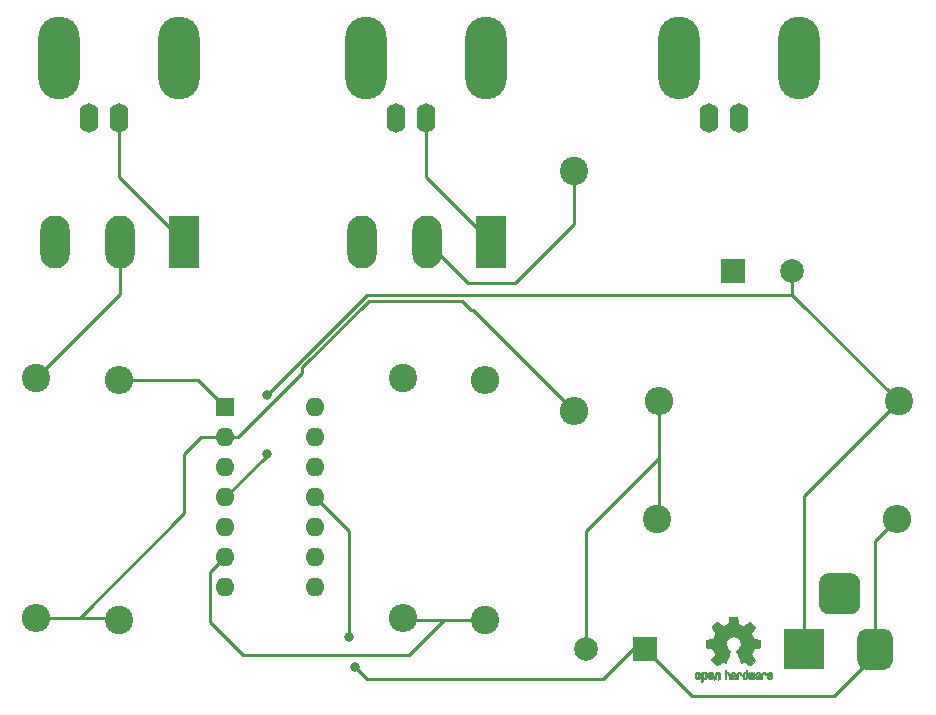
<source format=gbr>
%TF.GenerationSoftware,KiCad,Pcbnew,5.1.6-c6e7f7d~87~ubuntu20.04.1*%
%TF.CreationDate,2020-07-21T15:48:12+01:00*%
%TF.ProjectId,pmt_combiner,706d745f-636f-46d6-9269-6e65722e6b69,rev?*%
%TF.SameCoordinates,Original*%
%TF.FileFunction,Copper,L1,Top*%
%TF.FilePolarity,Positive*%
%FSLAX46Y46*%
G04 Gerber Fmt 4.6, Leading zero omitted, Abs format (unit mm)*
G04 Created by KiCad (PCBNEW 5.1.6-c6e7f7d~87~ubuntu20.04.1) date 2020-07-21 15:48:12*
%MOMM*%
%LPD*%
G01*
G04 APERTURE LIST*
%TA.AperFunction,EtchedComponent*%
%ADD10C,0.010000*%
%TD*%
%TA.AperFunction,ComponentPad*%
%ADD11R,2.000000X2.000000*%
%TD*%
%TA.AperFunction,ComponentPad*%
%ADD12C,2.000000*%
%TD*%
%TA.AperFunction,ComponentPad*%
%ADD13R,3.500000X3.500000*%
%TD*%
%TA.AperFunction,ComponentPad*%
%ADD14O,1.600000X2.500000*%
%TD*%
%TA.AperFunction,ComponentPad*%
%ADD15O,3.500000X7.000000*%
%TD*%
%TA.AperFunction,ComponentPad*%
%ADD16C,2.400000*%
%TD*%
%TA.AperFunction,ComponentPad*%
%ADD17O,2.400000X2.400000*%
%TD*%
%TA.AperFunction,ComponentPad*%
%ADD18R,2.500000X4.500000*%
%TD*%
%TA.AperFunction,ComponentPad*%
%ADD19O,2.500000X4.500000*%
%TD*%
%TA.AperFunction,ComponentPad*%
%ADD20R,1.600000X1.600000*%
%TD*%
%TA.AperFunction,ComponentPad*%
%ADD21O,1.600000X1.600000*%
%TD*%
%TA.AperFunction,ViaPad*%
%ADD22C,0.800000*%
%TD*%
%TA.AperFunction,Conductor*%
%ADD23C,0.250000*%
%TD*%
G04 APERTURE END LIST*
D10*
%TO.C,REF\u002A\u002A*%
G36*
X177603910Y-91242348D02*
G01*
X177682454Y-91242778D01*
X177739298Y-91243942D01*
X177778105Y-91246207D01*
X177802538Y-91249940D01*
X177816262Y-91255506D01*
X177822940Y-91263273D01*
X177826236Y-91273605D01*
X177826556Y-91274943D01*
X177831562Y-91299079D01*
X177840829Y-91346701D01*
X177853392Y-91412741D01*
X177868287Y-91492128D01*
X177884551Y-91579796D01*
X177885119Y-91582875D01*
X177901410Y-91668789D01*
X177916652Y-91744696D01*
X177929861Y-91806045D01*
X177940054Y-91848282D01*
X177946248Y-91866855D01*
X177946543Y-91867184D01*
X177964788Y-91876253D01*
X178002405Y-91891367D01*
X178051271Y-91909262D01*
X178051543Y-91909358D01*
X178113093Y-91932493D01*
X178185657Y-91961965D01*
X178254057Y-91991597D01*
X178257294Y-91993062D01*
X178368702Y-92043626D01*
X178615399Y-91875160D01*
X178691077Y-91823803D01*
X178759631Y-91777889D01*
X178817088Y-91740030D01*
X178859476Y-91712837D01*
X178882825Y-91698921D01*
X178885042Y-91697889D01*
X178902010Y-91702484D01*
X178933701Y-91724655D01*
X178981352Y-91765447D01*
X179046198Y-91825905D01*
X179112397Y-91890227D01*
X179176214Y-91953612D01*
X179233329Y-92011451D01*
X179280305Y-92060175D01*
X179313703Y-92096210D01*
X179330085Y-92115984D01*
X179330694Y-92117002D01*
X179332505Y-92130572D01*
X179325683Y-92152733D01*
X179308540Y-92186478D01*
X179279393Y-92234800D01*
X179236555Y-92300692D01*
X179179448Y-92385517D01*
X179128766Y-92460177D01*
X179083461Y-92527140D01*
X179046150Y-92582516D01*
X179019452Y-92622420D01*
X179005985Y-92642962D01*
X179005137Y-92644356D01*
X179006781Y-92664038D01*
X179019245Y-92702293D01*
X179040048Y-92751889D01*
X179047462Y-92767728D01*
X179079814Y-92838290D01*
X179114328Y-92918353D01*
X179142365Y-92987629D01*
X179162568Y-93039045D01*
X179178615Y-93078119D01*
X179187888Y-93098541D01*
X179189041Y-93100114D01*
X179206096Y-93102721D01*
X179246298Y-93109863D01*
X179304302Y-93120523D01*
X179374763Y-93133685D01*
X179452335Y-93148333D01*
X179531672Y-93163449D01*
X179607431Y-93178018D01*
X179674264Y-93191022D01*
X179726828Y-93201445D01*
X179759776Y-93208270D01*
X179767857Y-93210199D01*
X179776205Y-93214962D01*
X179782506Y-93225718D01*
X179787045Y-93246098D01*
X179790104Y-93279734D01*
X179791967Y-93330255D01*
X179792918Y-93401292D01*
X179793240Y-93496476D01*
X179793257Y-93535492D01*
X179793257Y-93852799D01*
X179717057Y-93867839D01*
X179674663Y-93875995D01*
X179611400Y-93887899D01*
X179534962Y-93902116D01*
X179453043Y-93917210D01*
X179430400Y-93921355D01*
X179354806Y-93936053D01*
X179288953Y-93950505D01*
X179238366Y-93963375D01*
X179208574Y-93973322D01*
X179203612Y-93976287D01*
X179191426Y-93997283D01*
X179173953Y-94037967D01*
X179154577Y-94090322D01*
X179150734Y-94101600D01*
X179125339Y-94171523D01*
X179093817Y-94250418D01*
X179062969Y-94321266D01*
X179062817Y-94321595D01*
X179011447Y-94432733D01*
X179180399Y-94681253D01*
X179349352Y-94929772D01*
X179132429Y-95147058D01*
X179066819Y-95211726D01*
X179006979Y-95268733D01*
X178956267Y-95315033D01*
X178918046Y-95347584D01*
X178895675Y-95363343D01*
X178892466Y-95364343D01*
X178873626Y-95356469D01*
X178835180Y-95334578D01*
X178781330Y-95301267D01*
X178716276Y-95259131D01*
X178645940Y-95211943D01*
X178574555Y-95163810D01*
X178510908Y-95121928D01*
X178459041Y-95088871D01*
X178422995Y-95067218D01*
X178406867Y-95059543D01*
X178387189Y-95066037D01*
X178349875Y-95083150D01*
X178302621Y-95107326D01*
X178297612Y-95110013D01*
X178233977Y-95141927D01*
X178190341Y-95157579D01*
X178163202Y-95157745D01*
X178149057Y-95143204D01*
X178148975Y-95143000D01*
X178141905Y-95125779D01*
X178125042Y-95084899D01*
X178099695Y-95023525D01*
X178067171Y-94944819D01*
X178028778Y-94851947D01*
X177985822Y-94748072D01*
X177944222Y-94647502D01*
X177898504Y-94536516D01*
X177856526Y-94433703D01*
X177819548Y-94342215D01*
X177788827Y-94265201D01*
X177765622Y-94205815D01*
X177751190Y-94167209D01*
X177746743Y-94152800D01*
X177757896Y-94136272D01*
X177787069Y-94109930D01*
X177825971Y-94080887D01*
X177936757Y-93989039D01*
X178023351Y-93883759D01*
X178084716Y-93767266D01*
X178119815Y-93641776D01*
X178127608Y-93509507D01*
X178121943Y-93448457D01*
X178091078Y-93321795D01*
X178037920Y-93209941D01*
X177965767Y-93114001D01*
X177877917Y-93035076D01*
X177777665Y-92974270D01*
X177668310Y-92932687D01*
X177553147Y-92911428D01*
X177435475Y-92911599D01*
X177318590Y-92934301D01*
X177205789Y-92980638D01*
X177100369Y-93051713D01*
X177056368Y-93091911D01*
X176971979Y-93195129D01*
X176913222Y-93307925D01*
X176879704Y-93427010D01*
X176871035Y-93549095D01*
X176886823Y-93670893D01*
X176926678Y-93789116D01*
X176990207Y-93900475D01*
X177077021Y-94001684D01*
X177174029Y-94080887D01*
X177214437Y-94111162D01*
X177242982Y-94137219D01*
X177253257Y-94152825D01*
X177247877Y-94169843D01*
X177232575Y-94210500D01*
X177208612Y-94271642D01*
X177177244Y-94350119D01*
X177139732Y-94442780D01*
X177097333Y-94546472D01*
X177055663Y-94647526D01*
X177009690Y-94758607D01*
X176967107Y-94861541D01*
X176929221Y-94953165D01*
X176897340Y-95030316D01*
X176872771Y-95089831D01*
X176856820Y-95128544D01*
X176850910Y-95143000D01*
X176836948Y-95157685D01*
X176809940Y-95157642D01*
X176766413Y-95142099D01*
X176702890Y-95110284D01*
X176702388Y-95110013D01*
X176654560Y-95085323D01*
X176615897Y-95067338D01*
X176594095Y-95059614D01*
X176593133Y-95059543D01*
X176576721Y-95067378D01*
X176540487Y-95089165D01*
X176488474Y-95122328D01*
X176424725Y-95164291D01*
X176354060Y-95211943D01*
X176282116Y-95260191D01*
X176217274Y-95302151D01*
X176163735Y-95335227D01*
X176125697Y-95356821D01*
X176107533Y-95364343D01*
X176090808Y-95354457D01*
X176057180Y-95326826D01*
X176010010Y-95284495D01*
X175952658Y-95230505D01*
X175888484Y-95167899D01*
X175867497Y-95146983D01*
X175650499Y-94929623D01*
X175815668Y-94687220D01*
X175865864Y-94612781D01*
X175909919Y-94545972D01*
X175945362Y-94490665D01*
X175969719Y-94450729D01*
X175980522Y-94430036D01*
X175980838Y-94428563D01*
X175975143Y-94409058D01*
X175959826Y-94369822D01*
X175937537Y-94317430D01*
X175921893Y-94282355D01*
X175892641Y-94215201D01*
X175865094Y-94147358D01*
X175843737Y-94090034D01*
X175837935Y-94072572D01*
X175821452Y-94025938D01*
X175805340Y-93989905D01*
X175796490Y-93976287D01*
X175776960Y-93967952D01*
X175734334Y-93956137D01*
X175674145Y-93942181D01*
X175601922Y-93927422D01*
X175569600Y-93921355D01*
X175487522Y-93906273D01*
X175408795Y-93891669D01*
X175341109Y-93878980D01*
X175292160Y-93869642D01*
X175282943Y-93867839D01*
X175206743Y-93852799D01*
X175206743Y-93535492D01*
X175206914Y-93431154D01*
X175207616Y-93352213D01*
X175209134Y-93295038D01*
X175211749Y-93255999D01*
X175215746Y-93231465D01*
X175221409Y-93217805D01*
X175229020Y-93211389D01*
X175232143Y-93210199D01*
X175250978Y-93205980D01*
X175292588Y-93197562D01*
X175351630Y-93185961D01*
X175422757Y-93172195D01*
X175500625Y-93157280D01*
X175579887Y-93142232D01*
X175655198Y-93128069D01*
X175721213Y-93115806D01*
X175772587Y-93106461D01*
X175803975Y-93101050D01*
X175810959Y-93100114D01*
X175817285Y-93087596D01*
X175831290Y-93054246D01*
X175850355Y-93006377D01*
X175857634Y-92987629D01*
X175886996Y-92915195D01*
X175921571Y-92835170D01*
X175952537Y-92767728D01*
X175975323Y-92716159D01*
X175990482Y-92673785D01*
X175995542Y-92647834D01*
X175994736Y-92644356D01*
X175984041Y-92627936D01*
X175959620Y-92591417D01*
X175924095Y-92538687D01*
X175880087Y-92473635D01*
X175830217Y-92400151D01*
X175820356Y-92385645D01*
X175762492Y-92299704D01*
X175719956Y-92234261D01*
X175691054Y-92186304D01*
X175674090Y-92152820D01*
X175667367Y-92130795D01*
X175669190Y-92117217D01*
X175669236Y-92117131D01*
X175683586Y-92099297D01*
X175715323Y-92064817D01*
X175761010Y-92017268D01*
X175817204Y-91960222D01*
X175880468Y-91897255D01*
X175887602Y-91890227D01*
X175967330Y-91813020D01*
X176028857Y-91756330D01*
X176073421Y-91719110D01*
X176102257Y-91700315D01*
X176114958Y-91697889D01*
X176133494Y-91708471D01*
X176171961Y-91732916D01*
X176226386Y-91768612D01*
X176292798Y-91812947D01*
X176367225Y-91863311D01*
X176384601Y-91875160D01*
X176631297Y-92043626D01*
X176742706Y-91993062D01*
X176810457Y-91963595D01*
X176883183Y-91933959D01*
X176945703Y-91910330D01*
X176948457Y-91909358D01*
X176997360Y-91891457D01*
X177035057Y-91876320D01*
X177053425Y-91867210D01*
X177053456Y-91867184D01*
X177059285Y-91850717D01*
X177069192Y-91810219D01*
X177082195Y-91750242D01*
X177097309Y-91675340D01*
X177113552Y-91590064D01*
X177114881Y-91582875D01*
X177131175Y-91495014D01*
X177146133Y-91415260D01*
X177158791Y-91348681D01*
X177168186Y-91300347D01*
X177173354Y-91275325D01*
X177173444Y-91274943D01*
X177176589Y-91264299D01*
X177182704Y-91256262D01*
X177195453Y-91250467D01*
X177218500Y-91246547D01*
X177255509Y-91244135D01*
X177310144Y-91242865D01*
X177386067Y-91242371D01*
X177486944Y-91242286D01*
X177500000Y-91242286D01*
X177603910Y-91242348D01*
G37*
X177603910Y-91242348D02*
X177682454Y-91242778D01*
X177739298Y-91243942D01*
X177778105Y-91246207D01*
X177802538Y-91249940D01*
X177816262Y-91255506D01*
X177822940Y-91263273D01*
X177826236Y-91273605D01*
X177826556Y-91274943D01*
X177831562Y-91299079D01*
X177840829Y-91346701D01*
X177853392Y-91412741D01*
X177868287Y-91492128D01*
X177884551Y-91579796D01*
X177885119Y-91582875D01*
X177901410Y-91668789D01*
X177916652Y-91744696D01*
X177929861Y-91806045D01*
X177940054Y-91848282D01*
X177946248Y-91866855D01*
X177946543Y-91867184D01*
X177964788Y-91876253D01*
X178002405Y-91891367D01*
X178051271Y-91909262D01*
X178051543Y-91909358D01*
X178113093Y-91932493D01*
X178185657Y-91961965D01*
X178254057Y-91991597D01*
X178257294Y-91993062D01*
X178368702Y-92043626D01*
X178615399Y-91875160D01*
X178691077Y-91823803D01*
X178759631Y-91777889D01*
X178817088Y-91740030D01*
X178859476Y-91712837D01*
X178882825Y-91698921D01*
X178885042Y-91697889D01*
X178902010Y-91702484D01*
X178933701Y-91724655D01*
X178981352Y-91765447D01*
X179046198Y-91825905D01*
X179112397Y-91890227D01*
X179176214Y-91953612D01*
X179233329Y-92011451D01*
X179280305Y-92060175D01*
X179313703Y-92096210D01*
X179330085Y-92115984D01*
X179330694Y-92117002D01*
X179332505Y-92130572D01*
X179325683Y-92152733D01*
X179308540Y-92186478D01*
X179279393Y-92234800D01*
X179236555Y-92300692D01*
X179179448Y-92385517D01*
X179128766Y-92460177D01*
X179083461Y-92527140D01*
X179046150Y-92582516D01*
X179019452Y-92622420D01*
X179005985Y-92642962D01*
X179005137Y-92644356D01*
X179006781Y-92664038D01*
X179019245Y-92702293D01*
X179040048Y-92751889D01*
X179047462Y-92767728D01*
X179079814Y-92838290D01*
X179114328Y-92918353D01*
X179142365Y-92987629D01*
X179162568Y-93039045D01*
X179178615Y-93078119D01*
X179187888Y-93098541D01*
X179189041Y-93100114D01*
X179206096Y-93102721D01*
X179246298Y-93109863D01*
X179304302Y-93120523D01*
X179374763Y-93133685D01*
X179452335Y-93148333D01*
X179531672Y-93163449D01*
X179607431Y-93178018D01*
X179674264Y-93191022D01*
X179726828Y-93201445D01*
X179759776Y-93208270D01*
X179767857Y-93210199D01*
X179776205Y-93214962D01*
X179782506Y-93225718D01*
X179787045Y-93246098D01*
X179790104Y-93279734D01*
X179791967Y-93330255D01*
X179792918Y-93401292D01*
X179793240Y-93496476D01*
X179793257Y-93535492D01*
X179793257Y-93852799D01*
X179717057Y-93867839D01*
X179674663Y-93875995D01*
X179611400Y-93887899D01*
X179534962Y-93902116D01*
X179453043Y-93917210D01*
X179430400Y-93921355D01*
X179354806Y-93936053D01*
X179288953Y-93950505D01*
X179238366Y-93963375D01*
X179208574Y-93973322D01*
X179203612Y-93976287D01*
X179191426Y-93997283D01*
X179173953Y-94037967D01*
X179154577Y-94090322D01*
X179150734Y-94101600D01*
X179125339Y-94171523D01*
X179093817Y-94250418D01*
X179062969Y-94321266D01*
X179062817Y-94321595D01*
X179011447Y-94432733D01*
X179180399Y-94681253D01*
X179349352Y-94929772D01*
X179132429Y-95147058D01*
X179066819Y-95211726D01*
X179006979Y-95268733D01*
X178956267Y-95315033D01*
X178918046Y-95347584D01*
X178895675Y-95363343D01*
X178892466Y-95364343D01*
X178873626Y-95356469D01*
X178835180Y-95334578D01*
X178781330Y-95301267D01*
X178716276Y-95259131D01*
X178645940Y-95211943D01*
X178574555Y-95163810D01*
X178510908Y-95121928D01*
X178459041Y-95088871D01*
X178422995Y-95067218D01*
X178406867Y-95059543D01*
X178387189Y-95066037D01*
X178349875Y-95083150D01*
X178302621Y-95107326D01*
X178297612Y-95110013D01*
X178233977Y-95141927D01*
X178190341Y-95157579D01*
X178163202Y-95157745D01*
X178149057Y-95143204D01*
X178148975Y-95143000D01*
X178141905Y-95125779D01*
X178125042Y-95084899D01*
X178099695Y-95023525D01*
X178067171Y-94944819D01*
X178028778Y-94851947D01*
X177985822Y-94748072D01*
X177944222Y-94647502D01*
X177898504Y-94536516D01*
X177856526Y-94433703D01*
X177819548Y-94342215D01*
X177788827Y-94265201D01*
X177765622Y-94205815D01*
X177751190Y-94167209D01*
X177746743Y-94152800D01*
X177757896Y-94136272D01*
X177787069Y-94109930D01*
X177825971Y-94080887D01*
X177936757Y-93989039D01*
X178023351Y-93883759D01*
X178084716Y-93767266D01*
X178119815Y-93641776D01*
X178127608Y-93509507D01*
X178121943Y-93448457D01*
X178091078Y-93321795D01*
X178037920Y-93209941D01*
X177965767Y-93114001D01*
X177877917Y-93035076D01*
X177777665Y-92974270D01*
X177668310Y-92932687D01*
X177553147Y-92911428D01*
X177435475Y-92911599D01*
X177318590Y-92934301D01*
X177205789Y-92980638D01*
X177100369Y-93051713D01*
X177056368Y-93091911D01*
X176971979Y-93195129D01*
X176913222Y-93307925D01*
X176879704Y-93427010D01*
X176871035Y-93549095D01*
X176886823Y-93670893D01*
X176926678Y-93789116D01*
X176990207Y-93900475D01*
X177077021Y-94001684D01*
X177174029Y-94080887D01*
X177214437Y-94111162D01*
X177242982Y-94137219D01*
X177253257Y-94152825D01*
X177247877Y-94169843D01*
X177232575Y-94210500D01*
X177208612Y-94271642D01*
X177177244Y-94350119D01*
X177139732Y-94442780D01*
X177097333Y-94546472D01*
X177055663Y-94647526D01*
X177009690Y-94758607D01*
X176967107Y-94861541D01*
X176929221Y-94953165D01*
X176897340Y-95030316D01*
X176872771Y-95089831D01*
X176856820Y-95128544D01*
X176850910Y-95143000D01*
X176836948Y-95157685D01*
X176809940Y-95157642D01*
X176766413Y-95142099D01*
X176702890Y-95110284D01*
X176702388Y-95110013D01*
X176654560Y-95085323D01*
X176615897Y-95067338D01*
X176594095Y-95059614D01*
X176593133Y-95059543D01*
X176576721Y-95067378D01*
X176540487Y-95089165D01*
X176488474Y-95122328D01*
X176424725Y-95164291D01*
X176354060Y-95211943D01*
X176282116Y-95260191D01*
X176217274Y-95302151D01*
X176163735Y-95335227D01*
X176125697Y-95356821D01*
X176107533Y-95364343D01*
X176090808Y-95354457D01*
X176057180Y-95326826D01*
X176010010Y-95284495D01*
X175952658Y-95230505D01*
X175888484Y-95167899D01*
X175867497Y-95146983D01*
X175650499Y-94929623D01*
X175815668Y-94687220D01*
X175865864Y-94612781D01*
X175909919Y-94545972D01*
X175945362Y-94490665D01*
X175969719Y-94450729D01*
X175980522Y-94430036D01*
X175980838Y-94428563D01*
X175975143Y-94409058D01*
X175959826Y-94369822D01*
X175937537Y-94317430D01*
X175921893Y-94282355D01*
X175892641Y-94215201D01*
X175865094Y-94147358D01*
X175843737Y-94090034D01*
X175837935Y-94072572D01*
X175821452Y-94025938D01*
X175805340Y-93989905D01*
X175796490Y-93976287D01*
X175776960Y-93967952D01*
X175734334Y-93956137D01*
X175674145Y-93942181D01*
X175601922Y-93927422D01*
X175569600Y-93921355D01*
X175487522Y-93906273D01*
X175408795Y-93891669D01*
X175341109Y-93878980D01*
X175292160Y-93869642D01*
X175282943Y-93867839D01*
X175206743Y-93852799D01*
X175206743Y-93535492D01*
X175206914Y-93431154D01*
X175207616Y-93352213D01*
X175209134Y-93295038D01*
X175211749Y-93255999D01*
X175215746Y-93231465D01*
X175221409Y-93217805D01*
X175229020Y-93211389D01*
X175232143Y-93210199D01*
X175250978Y-93205980D01*
X175292588Y-93197562D01*
X175351630Y-93185961D01*
X175422757Y-93172195D01*
X175500625Y-93157280D01*
X175579887Y-93142232D01*
X175655198Y-93128069D01*
X175721213Y-93115806D01*
X175772587Y-93106461D01*
X175803975Y-93101050D01*
X175810959Y-93100114D01*
X175817285Y-93087596D01*
X175831290Y-93054246D01*
X175850355Y-93006377D01*
X175857634Y-92987629D01*
X175886996Y-92915195D01*
X175921571Y-92835170D01*
X175952537Y-92767728D01*
X175975323Y-92716159D01*
X175990482Y-92673785D01*
X175995542Y-92647834D01*
X175994736Y-92644356D01*
X175984041Y-92627936D01*
X175959620Y-92591417D01*
X175924095Y-92538687D01*
X175880087Y-92473635D01*
X175830217Y-92400151D01*
X175820356Y-92385645D01*
X175762492Y-92299704D01*
X175719956Y-92234261D01*
X175691054Y-92186304D01*
X175674090Y-92152820D01*
X175667367Y-92130795D01*
X175669190Y-92117217D01*
X175669236Y-92117131D01*
X175683586Y-92099297D01*
X175715323Y-92064817D01*
X175761010Y-92017268D01*
X175817204Y-91960222D01*
X175880468Y-91897255D01*
X175887602Y-91890227D01*
X175967330Y-91813020D01*
X176028857Y-91756330D01*
X176073421Y-91719110D01*
X176102257Y-91700315D01*
X176114958Y-91697889D01*
X176133494Y-91708471D01*
X176171961Y-91732916D01*
X176226386Y-91768612D01*
X176292798Y-91812947D01*
X176367225Y-91863311D01*
X176384601Y-91875160D01*
X176631297Y-92043626D01*
X176742706Y-91993062D01*
X176810457Y-91963595D01*
X176883183Y-91933959D01*
X176945703Y-91910330D01*
X176948457Y-91909358D01*
X176997360Y-91891457D01*
X177035057Y-91876320D01*
X177053425Y-91867210D01*
X177053456Y-91867184D01*
X177059285Y-91850717D01*
X177069192Y-91810219D01*
X177082195Y-91750242D01*
X177097309Y-91675340D01*
X177113552Y-91590064D01*
X177114881Y-91582875D01*
X177131175Y-91495014D01*
X177146133Y-91415260D01*
X177158791Y-91348681D01*
X177168186Y-91300347D01*
X177173354Y-91275325D01*
X177173444Y-91274943D01*
X177176589Y-91264299D01*
X177182704Y-91256262D01*
X177195453Y-91250467D01*
X177218500Y-91246547D01*
X177255509Y-91244135D01*
X177310144Y-91242865D01*
X177386067Y-91242371D01*
X177486944Y-91242286D01*
X177500000Y-91242286D01*
X177603910Y-91242348D01*
G36*
X180653595Y-95966966D02*
G01*
X180711021Y-96004497D01*
X180738719Y-96038096D01*
X180760662Y-96099064D01*
X180762405Y-96147308D01*
X180758457Y-96211816D01*
X180609686Y-96276934D01*
X180537349Y-96310202D01*
X180490084Y-96336964D01*
X180465507Y-96360144D01*
X180461237Y-96382667D01*
X180474889Y-96407455D01*
X180489943Y-96423886D01*
X180533746Y-96450235D01*
X180581389Y-96452081D01*
X180625145Y-96431546D01*
X180657289Y-96390752D01*
X180663038Y-96376347D01*
X180690576Y-96331356D01*
X180722258Y-96312182D01*
X180765714Y-96295779D01*
X180765714Y-96357966D01*
X180761872Y-96400283D01*
X180746823Y-96435969D01*
X180715280Y-96476943D01*
X180710592Y-96482267D01*
X180675506Y-96518720D01*
X180645347Y-96538283D01*
X180607615Y-96547283D01*
X180576335Y-96550230D01*
X180520385Y-96550965D01*
X180480555Y-96541660D01*
X180455708Y-96527846D01*
X180416656Y-96497467D01*
X180389625Y-96464613D01*
X180372517Y-96423294D01*
X180363238Y-96367521D01*
X180359693Y-96291305D01*
X180359410Y-96252622D01*
X180360372Y-96206247D01*
X180448007Y-96206247D01*
X180449023Y-96231126D01*
X180451556Y-96235200D01*
X180468274Y-96229665D01*
X180504249Y-96215017D01*
X180552331Y-96194190D01*
X180562386Y-96189714D01*
X180623152Y-96158814D01*
X180656632Y-96131657D01*
X180663990Y-96106220D01*
X180646391Y-96080481D01*
X180631856Y-96069109D01*
X180579410Y-96046364D01*
X180530322Y-96050122D01*
X180489227Y-96077884D01*
X180460758Y-96127152D01*
X180451631Y-96166257D01*
X180448007Y-96206247D01*
X180360372Y-96206247D01*
X180361285Y-96162249D01*
X180368196Y-96095384D01*
X180381884Y-96046695D01*
X180404096Y-96010849D01*
X180436574Y-95982513D01*
X180450733Y-95973355D01*
X180515053Y-95949507D01*
X180585473Y-95948006D01*
X180653595Y-95966966D01*
G37*
X180653595Y-95966966D02*
X180711021Y-96004497D01*
X180738719Y-96038096D01*
X180760662Y-96099064D01*
X180762405Y-96147308D01*
X180758457Y-96211816D01*
X180609686Y-96276934D01*
X180537349Y-96310202D01*
X180490084Y-96336964D01*
X180465507Y-96360144D01*
X180461237Y-96382667D01*
X180474889Y-96407455D01*
X180489943Y-96423886D01*
X180533746Y-96450235D01*
X180581389Y-96452081D01*
X180625145Y-96431546D01*
X180657289Y-96390752D01*
X180663038Y-96376347D01*
X180690576Y-96331356D01*
X180722258Y-96312182D01*
X180765714Y-96295779D01*
X180765714Y-96357966D01*
X180761872Y-96400283D01*
X180746823Y-96435969D01*
X180715280Y-96476943D01*
X180710592Y-96482267D01*
X180675506Y-96518720D01*
X180645347Y-96538283D01*
X180607615Y-96547283D01*
X180576335Y-96550230D01*
X180520385Y-96550965D01*
X180480555Y-96541660D01*
X180455708Y-96527846D01*
X180416656Y-96497467D01*
X180389625Y-96464613D01*
X180372517Y-96423294D01*
X180363238Y-96367521D01*
X180359693Y-96291305D01*
X180359410Y-96252622D01*
X180360372Y-96206247D01*
X180448007Y-96206247D01*
X180449023Y-96231126D01*
X180451556Y-96235200D01*
X180468274Y-96229665D01*
X180504249Y-96215017D01*
X180552331Y-96194190D01*
X180562386Y-96189714D01*
X180623152Y-96158814D01*
X180656632Y-96131657D01*
X180663990Y-96106220D01*
X180646391Y-96080481D01*
X180631856Y-96069109D01*
X180579410Y-96046364D01*
X180530322Y-96050122D01*
X180489227Y-96077884D01*
X180460758Y-96127152D01*
X180451631Y-96166257D01*
X180448007Y-96206247D01*
X180360372Y-96206247D01*
X180361285Y-96162249D01*
X180368196Y-96095384D01*
X180381884Y-96046695D01*
X180404096Y-96010849D01*
X180436574Y-95982513D01*
X180450733Y-95973355D01*
X180515053Y-95949507D01*
X180585473Y-95948006D01*
X180653595Y-95966966D01*
G36*
X180152600Y-95958752D02*
G01*
X180169948Y-95966334D01*
X180211356Y-95999128D01*
X180246765Y-96046547D01*
X180268664Y-96097151D01*
X180272229Y-96122098D01*
X180260279Y-96156927D01*
X180234067Y-96175357D01*
X180205964Y-96186516D01*
X180193095Y-96188572D01*
X180186829Y-96173649D01*
X180174456Y-96141175D01*
X180169028Y-96126502D01*
X180138590Y-96075744D01*
X180094520Y-96050427D01*
X180038010Y-96051206D01*
X180033825Y-96052203D01*
X180003655Y-96066507D01*
X179981476Y-96094393D01*
X179966327Y-96139287D01*
X179957250Y-96204615D01*
X179953286Y-96293804D01*
X179952914Y-96341261D01*
X179952730Y-96416071D01*
X179951522Y-96467069D01*
X179948309Y-96499471D01*
X179942109Y-96518495D01*
X179931940Y-96529356D01*
X179916819Y-96537272D01*
X179915946Y-96537670D01*
X179886828Y-96549981D01*
X179872403Y-96554514D01*
X179870186Y-96540809D01*
X179868289Y-96502925D01*
X179866847Y-96445715D01*
X179865998Y-96374027D01*
X179865829Y-96321565D01*
X179866692Y-96220047D01*
X179870070Y-96143032D01*
X179877142Y-96086023D01*
X179889088Y-96044526D01*
X179907090Y-96014043D01*
X179932327Y-95990080D01*
X179957247Y-95973355D01*
X180017171Y-95951097D01*
X180086911Y-95946076D01*
X180152600Y-95958752D01*
G37*
X180152600Y-95958752D02*
X180169948Y-95966334D01*
X180211356Y-95999128D01*
X180246765Y-96046547D01*
X180268664Y-96097151D01*
X180272229Y-96122098D01*
X180260279Y-96156927D01*
X180234067Y-96175357D01*
X180205964Y-96186516D01*
X180193095Y-96188572D01*
X180186829Y-96173649D01*
X180174456Y-96141175D01*
X180169028Y-96126502D01*
X180138590Y-96075744D01*
X180094520Y-96050427D01*
X180038010Y-96051206D01*
X180033825Y-96052203D01*
X180003655Y-96066507D01*
X179981476Y-96094393D01*
X179966327Y-96139287D01*
X179957250Y-96204615D01*
X179953286Y-96293804D01*
X179952914Y-96341261D01*
X179952730Y-96416071D01*
X179951522Y-96467069D01*
X179948309Y-96499471D01*
X179942109Y-96518495D01*
X179931940Y-96529356D01*
X179916819Y-96537272D01*
X179915946Y-96537670D01*
X179886828Y-96549981D01*
X179872403Y-96554514D01*
X179870186Y-96540809D01*
X179868289Y-96502925D01*
X179866847Y-96445715D01*
X179865998Y-96374027D01*
X179865829Y-96321565D01*
X179866692Y-96220047D01*
X179870070Y-96143032D01*
X179877142Y-96086023D01*
X179889088Y-96044526D01*
X179907090Y-96014043D01*
X179932327Y-95990080D01*
X179957247Y-95973355D01*
X180017171Y-95951097D01*
X180086911Y-95946076D01*
X180152600Y-95958752D01*
G36*
X179644876Y-95956335D02*
G01*
X179686667Y-95975344D01*
X179719469Y-95998378D01*
X179743503Y-96024133D01*
X179760097Y-96057358D01*
X179770577Y-96102800D01*
X179776271Y-96165207D01*
X179778507Y-96249327D01*
X179778743Y-96304721D01*
X179778743Y-96520826D01*
X179741774Y-96537670D01*
X179712656Y-96549981D01*
X179698231Y-96554514D01*
X179695472Y-96541025D01*
X179693282Y-96504653D01*
X179691942Y-96451542D01*
X179691657Y-96409372D01*
X179690434Y-96348447D01*
X179687136Y-96300115D01*
X179682321Y-96270518D01*
X179678496Y-96264229D01*
X179652783Y-96270652D01*
X179612418Y-96287125D01*
X179565679Y-96309458D01*
X179520845Y-96333457D01*
X179486193Y-96354930D01*
X179470002Y-96369685D01*
X179469938Y-96369845D01*
X179471330Y-96397152D01*
X179483818Y-96423219D01*
X179505743Y-96444392D01*
X179537743Y-96451474D01*
X179565092Y-96450649D01*
X179603826Y-96450042D01*
X179624158Y-96459116D01*
X179636369Y-96483092D01*
X179637909Y-96487613D01*
X179643203Y-96521806D01*
X179629047Y-96542568D01*
X179592148Y-96552462D01*
X179552289Y-96554292D01*
X179480562Y-96540727D01*
X179443432Y-96521355D01*
X179397576Y-96475845D01*
X179373256Y-96419983D01*
X179371073Y-96360957D01*
X179391629Y-96305953D01*
X179422549Y-96271486D01*
X179453420Y-96252189D01*
X179501942Y-96227759D01*
X179558485Y-96202985D01*
X179567910Y-96199199D01*
X179630019Y-96171791D01*
X179665822Y-96147634D01*
X179677337Y-96123619D01*
X179666580Y-96096635D01*
X179648114Y-96075543D01*
X179604469Y-96049572D01*
X179556446Y-96047624D01*
X179512406Y-96067637D01*
X179480709Y-96107551D01*
X179476549Y-96117848D01*
X179452327Y-96155724D01*
X179416965Y-96183842D01*
X179372343Y-96206917D01*
X179372343Y-96141485D01*
X179374969Y-96101506D01*
X179386230Y-96069997D01*
X179411199Y-96036378D01*
X179435169Y-96010484D01*
X179472441Y-95973817D01*
X179501401Y-95954121D01*
X179532505Y-95946220D01*
X179567713Y-95944914D01*
X179644876Y-95956335D01*
G37*
X179644876Y-95956335D02*
X179686667Y-95975344D01*
X179719469Y-95998378D01*
X179743503Y-96024133D01*
X179760097Y-96057358D01*
X179770577Y-96102800D01*
X179776271Y-96165207D01*
X179778507Y-96249327D01*
X179778743Y-96304721D01*
X179778743Y-96520826D01*
X179741774Y-96537670D01*
X179712656Y-96549981D01*
X179698231Y-96554514D01*
X179695472Y-96541025D01*
X179693282Y-96504653D01*
X179691942Y-96451542D01*
X179691657Y-96409372D01*
X179690434Y-96348447D01*
X179687136Y-96300115D01*
X179682321Y-96270518D01*
X179678496Y-96264229D01*
X179652783Y-96270652D01*
X179612418Y-96287125D01*
X179565679Y-96309458D01*
X179520845Y-96333457D01*
X179486193Y-96354930D01*
X179470002Y-96369685D01*
X179469938Y-96369845D01*
X179471330Y-96397152D01*
X179483818Y-96423219D01*
X179505743Y-96444392D01*
X179537743Y-96451474D01*
X179565092Y-96450649D01*
X179603826Y-96450042D01*
X179624158Y-96459116D01*
X179636369Y-96483092D01*
X179637909Y-96487613D01*
X179643203Y-96521806D01*
X179629047Y-96542568D01*
X179592148Y-96552462D01*
X179552289Y-96554292D01*
X179480562Y-96540727D01*
X179443432Y-96521355D01*
X179397576Y-96475845D01*
X179373256Y-96419983D01*
X179371073Y-96360957D01*
X179391629Y-96305953D01*
X179422549Y-96271486D01*
X179453420Y-96252189D01*
X179501942Y-96227759D01*
X179558485Y-96202985D01*
X179567910Y-96199199D01*
X179630019Y-96171791D01*
X179665822Y-96147634D01*
X179677337Y-96123619D01*
X179666580Y-96096635D01*
X179648114Y-96075543D01*
X179604469Y-96049572D01*
X179556446Y-96047624D01*
X179512406Y-96067637D01*
X179480709Y-96107551D01*
X179476549Y-96117848D01*
X179452327Y-96155724D01*
X179416965Y-96183842D01*
X179372343Y-96206917D01*
X179372343Y-96141485D01*
X179374969Y-96101506D01*
X179386230Y-96069997D01*
X179411199Y-96036378D01*
X179435169Y-96010484D01*
X179472441Y-95973817D01*
X179501401Y-95954121D01*
X179532505Y-95946220D01*
X179567713Y-95944914D01*
X179644876Y-95956335D01*
G36*
X179279833Y-95958663D02*
G01*
X179282048Y-95996850D01*
X179283784Y-96054886D01*
X179284899Y-96128180D01*
X179285257Y-96205055D01*
X179285257Y-96465196D01*
X179239326Y-96511127D01*
X179207675Y-96539429D01*
X179179890Y-96550893D01*
X179141915Y-96550168D01*
X179126840Y-96548321D01*
X179079726Y-96542948D01*
X179040756Y-96539869D01*
X179031257Y-96539585D01*
X178999233Y-96541445D01*
X178953432Y-96546114D01*
X178935674Y-96548321D01*
X178892057Y-96551735D01*
X178862745Y-96544320D01*
X178833680Y-96521427D01*
X178823188Y-96511127D01*
X178777257Y-96465196D01*
X178777257Y-95978602D01*
X178814226Y-95961758D01*
X178846059Y-95949282D01*
X178864683Y-95944914D01*
X178869458Y-95958718D01*
X178873921Y-95997286D01*
X178877775Y-96056356D01*
X178880722Y-96131663D01*
X178882143Y-96195286D01*
X178886114Y-96445657D01*
X178920759Y-96450556D01*
X178952268Y-96447131D01*
X178967708Y-96436041D01*
X178972023Y-96415308D01*
X178975708Y-96371145D01*
X178978469Y-96309146D01*
X178980012Y-96234909D01*
X178980235Y-96196706D01*
X178980457Y-95976783D01*
X179026166Y-95960849D01*
X179058518Y-95950015D01*
X179076115Y-95944962D01*
X179076623Y-95944914D01*
X179078388Y-95958648D01*
X179080329Y-95996730D01*
X179082282Y-96054482D01*
X179084084Y-96127227D01*
X179085343Y-96195286D01*
X179089314Y-96445657D01*
X179176400Y-96445657D01*
X179180396Y-96217240D01*
X179184392Y-95988822D01*
X179226847Y-95966868D01*
X179258192Y-95951793D01*
X179276744Y-95944951D01*
X179277279Y-95944914D01*
X179279833Y-95958663D01*
G37*
X179279833Y-95958663D02*
X179282048Y-95996850D01*
X179283784Y-96054886D01*
X179284899Y-96128180D01*
X179285257Y-96205055D01*
X179285257Y-96465196D01*
X179239326Y-96511127D01*
X179207675Y-96539429D01*
X179179890Y-96550893D01*
X179141915Y-96550168D01*
X179126840Y-96548321D01*
X179079726Y-96542948D01*
X179040756Y-96539869D01*
X179031257Y-96539585D01*
X178999233Y-96541445D01*
X178953432Y-96546114D01*
X178935674Y-96548321D01*
X178892057Y-96551735D01*
X178862745Y-96544320D01*
X178833680Y-96521427D01*
X178823188Y-96511127D01*
X178777257Y-96465196D01*
X178777257Y-95978602D01*
X178814226Y-95961758D01*
X178846059Y-95949282D01*
X178864683Y-95944914D01*
X178869458Y-95958718D01*
X178873921Y-95997286D01*
X178877775Y-96056356D01*
X178880722Y-96131663D01*
X178882143Y-96195286D01*
X178886114Y-96445657D01*
X178920759Y-96450556D01*
X178952268Y-96447131D01*
X178967708Y-96436041D01*
X178972023Y-96415308D01*
X178975708Y-96371145D01*
X178978469Y-96309146D01*
X178980012Y-96234909D01*
X178980235Y-96196706D01*
X178980457Y-95976783D01*
X179026166Y-95960849D01*
X179058518Y-95950015D01*
X179076115Y-95944962D01*
X179076623Y-95944914D01*
X179078388Y-95958648D01*
X179080329Y-95996730D01*
X179082282Y-96054482D01*
X179084084Y-96127227D01*
X179085343Y-96195286D01*
X179089314Y-96445657D01*
X179176400Y-96445657D01*
X179180396Y-96217240D01*
X179184392Y-95988822D01*
X179226847Y-95966868D01*
X179258192Y-95951793D01*
X179276744Y-95944951D01*
X179277279Y-95944914D01*
X179279833Y-95958663D01*
G36*
X178690117Y-96065358D02*
G01*
X178689933Y-96173837D01*
X178689219Y-96257287D01*
X178687675Y-96319704D01*
X178685001Y-96365085D01*
X178680894Y-96397429D01*
X178675055Y-96420733D01*
X178667182Y-96438995D01*
X178661221Y-96449418D01*
X178611855Y-96505945D01*
X178549264Y-96541377D01*
X178480013Y-96554090D01*
X178410668Y-96542463D01*
X178369375Y-96521568D01*
X178326025Y-96485422D01*
X178296481Y-96441276D01*
X178278655Y-96383462D01*
X178270463Y-96306313D01*
X178269302Y-96249714D01*
X178269458Y-96245647D01*
X178370857Y-96245647D01*
X178371476Y-96310550D01*
X178374314Y-96353514D01*
X178380840Y-96381622D01*
X178392523Y-96401953D01*
X178406483Y-96417288D01*
X178453365Y-96446890D01*
X178503701Y-96449419D01*
X178551276Y-96424705D01*
X178554979Y-96421356D01*
X178570783Y-96403935D01*
X178580693Y-96383209D01*
X178586058Y-96352362D01*
X178588228Y-96304577D01*
X178588571Y-96251748D01*
X178587827Y-96185381D01*
X178584748Y-96141106D01*
X178578061Y-96112009D01*
X178566496Y-96091173D01*
X178557013Y-96080107D01*
X178512960Y-96052198D01*
X178462224Y-96048843D01*
X178413796Y-96070159D01*
X178404450Y-96078073D01*
X178388540Y-96095647D01*
X178378610Y-96116587D01*
X178373278Y-96147782D01*
X178371163Y-96196122D01*
X178370857Y-96245647D01*
X178269458Y-96245647D01*
X178272810Y-96158568D01*
X178284726Y-96090086D01*
X178307135Y-96038600D01*
X178342124Y-95998443D01*
X178369375Y-95977861D01*
X178418907Y-95955625D01*
X178476316Y-95945304D01*
X178529682Y-95948067D01*
X178559543Y-95959212D01*
X178571261Y-95962383D01*
X178579037Y-95950557D01*
X178584465Y-95918866D01*
X178588571Y-95870593D01*
X178593067Y-95816829D01*
X178599313Y-95784482D01*
X178610676Y-95765985D01*
X178630528Y-95753770D01*
X178643000Y-95748362D01*
X178690171Y-95728601D01*
X178690117Y-96065358D01*
G37*
X178690117Y-96065358D02*
X178689933Y-96173837D01*
X178689219Y-96257287D01*
X178687675Y-96319704D01*
X178685001Y-96365085D01*
X178680894Y-96397429D01*
X178675055Y-96420733D01*
X178667182Y-96438995D01*
X178661221Y-96449418D01*
X178611855Y-96505945D01*
X178549264Y-96541377D01*
X178480013Y-96554090D01*
X178410668Y-96542463D01*
X178369375Y-96521568D01*
X178326025Y-96485422D01*
X178296481Y-96441276D01*
X178278655Y-96383462D01*
X178270463Y-96306313D01*
X178269302Y-96249714D01*
X178269458Y-96245647D01*
X178370857Y-96245647D01*
X178371476Y-96310550D01*
X178374314Y-96353514D01*
X178380840Y-96381622D01*
X178392523Y-96401953D01*
X178406483Y-96417288D01*
X178453365Y-96446890D01*
X178503701Y-96449419D01*
X178551276Y-96424705D01*
X178554979Y-96421356D01*
X178570783Y-96403935D01*
X178580693Y-96383209D01*
X178586058Y-96352362D01*
X178588228Y-96304577D01*
X178588571Y-96251748D01*
X178587827Y-96185381D01*
X178584748Y-96141106D01*
X178578061Y-96112009D01*
X178566496Y-96091173D01*
X178557013Y-96080107D01*
X178512960Y-96052198D01*
X178462224Y-96048843D01*
X178413796Y-96070159D01*
X178404450Y-96078073D01*
X178388540Y-96095647D01*
X178378610Y-96116587D01*
X178373278Y-96147782D01*
X178371163Y-96196122D01*
X178370857Y-96245647D01*
X178269458Y-96245647D01*
X178272810Y-96158568D01*
X178284726Y-96090086D01*
X178307135Y-96038600D01*
X178342124Y-95998443D01*
X178369375Y-95977861D01*
X178418907Y-95955625D01*
X178476316Y-95945304D01*
X178529682Y-95948067D01*
X178559543Y-95959212D01*
X178571261Y-95962383D01*
X178579037Y-95950557D01*
X178584465Y-95918866D01*
X178588571Y-95870593D01*
X178593067Y-95816829D01*
X178599313Y-95784482D01*
X178610676Y-95765985D01*
X178630528Y-95753770D01*
X178643000Y-95748362D01*
X178690171Y-95728601D01*
X178690117Y-96065358D01*
G36*
X178029926Y-95949755D02*
G01*
X178095858Y-95974084D01*
X178149273Y-96017117D01*
X178170164Y-96047409D01*
X178192939Y-96102994D01*
X178192466Y-96143186D01*
X178168562Y-96170217D01*
X178159717Y-96174813D01*
X178121530Y-96189144D01*
X178102028Y-96185472D01*
X178095422Y-96161407D01*
X178095086Y-96148114D01*
X178082992Y-96099210D01*
X178051471Y-96064999D01*
X178007659Y-96048476D01*
X177958695Y-96052634D01*
X177918894Y-96074227D01*
X177905450Y-96086544D01*
X177895921Y-96101487D01*
X177889485Y-96124075D01*
X177885317Y-96159328D01*
X177882597Y-96212266D01*
X177880502Y-96287907D01*
X177879960Y-96311857D01*
X177877981Y-96393790D01*
X177875731Y-96451455D01*
X177872357Y-96489608D01*
X177867006Y-96513004D01*
X177858824Y-96526398D01*
X177846959Y-96534545D01*
X177839362Y-96538144D01*
X177807102Y-96550452D01*
X177788111Y-96554514D01*
X177781836Y-96540948D01*
X177778006Y-96499934D01*
X177776600Y-96430999D01*
X177777598Y-96333669D01*
X177777908Y-96318657D01*
X177780101Y-96229859D01*
X177782693Y-96165019D01*
X177786382Y-96119067D01*
X177791864Y-96086935D01*
X177799835Y-96063553D01*
X177810993Y-96043852D01*
X177816830Y-96035410D01*
X177850296Y-95998057D01*
X177887727Y-95969003D01*
X177892309Y-95966467D01*
X177959426Y-95946443D01*
X178029926Y-95949755D01*
G37*
X178029926Y-95949755D02*
X178095858Y-95974084D01*
X178149273Y-96017117D01*
X178170164Y-96047409D01*
X178192939Y-96102994D01*
X178192466Y-96143186D01*
X178168562Y-96170217D01*
X178159717Y-96174813D01*
X178121530Y-96189144D01*
X178102028Y-96185472D01*
X178095422Y-96161407D01*
X178095086Y-96148114D01*
X178082992Y-96099210D01*
X178051471Y-96064999D01*
X178007659Y-96048476D01*
X177958695Y-96052634D01*
X177918894Y-96074227D01*
X177905450Y-96086544D01*
X177895921Y-96101487D01*
X177889485Y-96124075D01*
X177885317Y-96159328D01*
X177882597Y-96212266D01*
X177880502Y-96287907D01*
X177879960Y-96311857D01*
X177877981Y-96393790D01*
X177875731Y-96451455D01*
X177872357Y-96489608D01*
X177867006Y-96513004D01*
X177858824Y-96526398D01*
X177846959Y-96534545D01*
X177839362Y-96538144D01*
X177807102Y-96550452D01*
X177788111Y-96554514D01*
X177781836Y-96540948D01*
X177778006Y-96499934D01*
X177776600Y-96430999D01*
X177777598Y-96333669D01*
X177777908Y-96318657D01*
X177780101Y-96229859D01*
X177782693Y-96165019D01*
X177786382Y-96119067D01*
X177791864Y-96086935D01*
X177799835Y-96063553D01*
X177810993Y-96043852D01*
X177816830Y-96035410D01*
X177850296Y-95998057D01*
X177887727Y-95969003D01*
X177892309Y-95966467D01*
X177959426Y-95946443D01*
X178029926Y-95949755D01*
G36*
X177539744Y-95950968D02*
G01*
X177596616Y-95972087D01*
X177597267Y-95972493D01*
X177632440Y-95998380D01*
X177658407Y-96028633D01*
X177676670Y-96068058D01*
X177688732Y-96121462D01*
X177696096Y-96193651D01*
X177700264Y-96289432D01*
X177700629Y-96303078D01*
X177705876Y-96508842D01*
X177661716Y-96531678D01*
X177629763Y-96547110D01*
X177610470Y-96554423D01*
X177609578Y-96554514D01*
X177606239Y-96541022D01*
X177603587Y-96504626D01*
X177601956Y-96451452D01*
X177601600Y-96408393D01*
X177601592Y-96338641D01*
X177598403Y-96294837D01*
X177587288Y-96273944D01*
X177563501Y-96272925D01*
X177522296Y-96288741D01*
X177460086Y-96317815D01*
X177414341Y-96341963D01*
X177390813Y-96362913D01*
X177383896Y-96385747D01*
X177383886Y-96386877D01*
X177395299Y-96426212D01*
X177429092Y-96447462D01*
X177480809Y-96450539D01*
X177518061Y-96450006D01*
X177537703Y-96460735D01*
X177549952Y-96486505D01*
X177557002Y-96519337D01*
X177546842Y-96537966D01*
X177543017Y-96540632D01*
X177507001Y-96551340D01*
X177456566Y-96552856D01*
X177404626Y-96545759D01*
X177367822Y-96532788D01*
X177316938Y-96489585D01*
X177288014Y-96429446D01*
X177282286Y-96382462D01*
X177286657Y-96340082D01*
X177302475Y-96305488D01*
X177333797Y-96274763D01*
X177384678Y-96243990D01*
X177459176Y-96209252D01*
X177463714Y-96207288D01*
X177530821Y-96176287D01*
X177572232Y-96150862D01*
X177589981Y-96128014D01*
X177586107Y-96104745D01*
X177562643Y-96078056D01*
X177555627Y-96071914D01*
X177508630Y-96048100D01*
X177459933Y-96049103D01*
X177417522Y-96072451D01*
X177389384Y-96115675D01*
X177386769Y-96124160D01*
X177361308Y-96165308D01*
X177329001Y-96185128D01*
X177282286Y-96204770D01*
X177282286Y-96153950D01*
X177296496Y-96080082D01*
X177338675Y-96012327D01*
X177360624Y-95989661D01*
X177410517Y-95960569D01*
X177473967Y-95947400D01*
X177539744Y-95950968D01*
G37*
X177539744Y-95950968D02*
X177596616Y-95972087D01*
X177597267Y-95972493D01*
X177632440Y-95998380D01*
X177658407Y-96028633D01*
X177676670Y-96068058D01*
X177688732Y-96121462D01*
X177696096Y-96193651D01*
X177700264Y-96289432D01*
X177700629Y-96303078D01*
X177705876Y-96508842D01*
X177661716Y-96531678D01*
X177629763Y-96547110D01*
X177610470Y-96554423D01*
X177609578Y-96554514D01*
X177606239Y-96541022D01*
X177603587Y-96504626D01*
X177601956Y-96451452D01*
X177601600Y-96408393D01*
X177601592Y-96338641D01*
X177598403Y-96294837D01*
X177587288Y-96273944D01*
X177563501Y-96272925D01*
X177522296Y-96288741D01*
X177460086Y-96317815D01*
X177414341Y-96341963D01*
X177390813Y-96362913D01*
X177383896Y-96385747D01*
X177383886Y-96386877D01*
X177395299Y-96426212D01*
X177429092Y-96447462D01*
X177480809Y-96450539D01*
X177518061Y-96450006D01*
X177537703Y-96460735D01*
X177549952Y-96486505D01*
X177557002Y-96519337D01*
X177546842Y-96537966D01*
X177543017Y-96540632D01*
X177507001Y-96551340D01*
X177456566Y-96552856D01*
X177404626Y-96545759D01*
X177367822Y-96532788D01*
X177316938Y-96489585D01*
X177288014Y-96429446D01*
X177282286Y-96382462D01*
X177286657Y-96340082D01*
X177302475Y-96305488D01*
X177333797Y-96274763D01*
X177384678Y-96243990D01*
X177459176Y-96209252D01*
X177463714Y-96207288D01*
X177530821Y-96176287D01*
X177572232Y-96150862D01*
X177589981Y-96128014D01*
X177586107Y-96104745D01*
X177562643Y-96078056D01*
X177555627Y-96071914D01*
X177508630Y-96048100D01*
X177459933Y-96049103D01*
X177417522Y-96072451D01*
X177389384Y-96115675D01*
X177386769Y-96124160D01*
X177361308Y-96165308D01*
X177329001Y-96185128D01*
X177282286Y-96204770D01*
X177282286Y-96153950D01*
X177296496Y-96080082D01*
X177338675Y-96012327D01*
X177360624Y-95989661D01*
X177410517Y-95960569D01*
X177473967Y-95947400D01*
X177539744Y-95950968D01*
G36*
X176875886Y-95851289D02*
G01*
X176880139Y-95910613D01*
X176885025Y-95945572D01*
X176891795Y-95960820D01*
X176901702Y-95961015D01*
X176904914Y-95959195D01*
X176947644Y-95946015D01*
X177003227Y-95946785D01*
X177059737Y-95960333D01*
X177095082Y-95977861D01*
X177131321Y-96005861D01*
X177157813Y-96037549D01*
X177175999Y-96077813D01*
X177187322Y-96131543D01*
X177193222Y-96203626D01*
X177195143Y-96298951D01*
X177195177Y-96317237D01*
X177195200Y-96522646D01*
X177149491Y-96538580D01*
X177117027Y-96549420D01*
X177099215Y-96554468D01*
X177098691Y-96554514D01*
X177096937Y-96540828D01*
X177095444Y-96503076D01*
X177094326Y-96446224D01*
X177093697Y-96375234D01*
X177093600Y-96332073D01*
X177093398Y-96246973D01*
X177092358Y-96185981D01*
X177089831Y-96144177D01*
X177085164Y-96116642D01*
X177077707Y-96098456D01*
X177066811Y-96084698D01*
X177060007Y-96078073D01*
X177013272Y-96051375D01*
X176962272Y-96049375D01*
X176916001Y-96071955D01*
X176907444Y-96080107D01*
X176894893Y-96095436D01*
X176886188Y-96113618D01*
X176880631Y-96139909D01*
X176877526Y-96179562D01*
X176876176Y-96237832D01*
X176875886Y-96318173D01*
X176875886Y-96522646D01*
X176830177Y-96538580D01*
X176797713Y-96549420D01*
X176779901Y-96554468D01*
X176779377Y-96554514D01*
X176778037Y-96540623D01*
X176776828Y-96501439D01*
X176775801Y-96440700D01*
X176775002Y-96362141D01*
X176774481Y-96269498D01*
X176774286Y-96166509D01*
X176774286Y-95769342D01*
X176821457Y-95749444D01*
X176868629Y-95729547D01*
X176875886Y-95851289D01*
G37*
X176875886Y-95851289D02*
X176880139Y-95910613D01*
X176885025Y-95945572D01*
X176891795Y-95960820D01*
X176901702Y-95961015D01*
X176904914Y-95959195D01*
X176947644Y-95946015D01*
X177003227Y-95946785D01*
X177059737Y-95960333D01*
X177095082Y-95977861D01*
X177131321Y-96005861D01*
X177157813Y-96037549D01*
X177175999Y-96077813D01*
X177187322Y-96131543D01*
X177193222Y-96203626D01*
X177195143Y-96298951D01*
X177195177Y-96317237D01*
X177195200Y-96522646D01*
X177149491Y-96538580D01*
X177117027Y-96549420D01*
X177099215Y-96554468D01*
X177098691Y-96554514D01*
X177096937Y-96540828D01*
X177095444Y-96503076D01*
X177094326Y-96446224D01*
X177093697Y-96375234D01*
X177093600Y-96332073D01*
X177093398Y-96246973D01*
X177092358Y-96185981D01*
X177089831Y-96144177D01*
X177085164Y-96116642D01*
X177077707Y-96098456D01*
X177066811Y-96084698D01*
X177060007Y-96078073D01*
X177013272Y-96051375D01*
X176962272Y-96049375D01*
X176916001Y-96071955D01*
X176907444Y-96080107D01*
X176894893Y-96095436D01*
X176886188Y-96113618D01*
X176880631Y-96139909D01*
X176877526Y-96179562D01*
X176876176Y-96237832D01*
X176875886Y-96318173D01*
X176875886Y-96522646D01*
X176830177Y-96538580D01*
X176797713Y-96549420D01*
X176779901Y-96554468D01*
X176779377Y-96554514D01*
X176778037Y-96540623D01*
X176776828Y-96501439D01*
X176775801Y-96440700D01*
X176775002Y-96362141D01*
X176774481Y-96269498D01*
X176774286Y-96166509D01*
X176774286Y-95769342D01*
X176821457Y-95749444D01*
X176868629Y-95729547D01*
X176875886Y-95851289D01*
G36*
X175668303Y-95931239D02*
G01*
X175725527Y-95969735D01*
X175769749Y-96025335D01*
X175796167Y-96096086D01*
X175801510Y-96148162D01*
X175800903Y-96169893D01*
X175795822Y-96186531D01*
X175781855Y-96201437D01*
X175754589Y-96217973D01*
X175709612Y-96239498D01*
X175642511Y-96269374D01*
X175642171Y-96269524D01*
X175580407Y-96297813D01*
X175529759Y-96322933D01*
X175495404Y-96342179D01*
X175482518Y-96352848D01*
X175482514Y-96352934D01*
X175493872Y-96376166D01*
X175520431Y-96401774D01*
X175550923Y-96420221D01*
X175566370Y-96423886D01*
X175608515Y-96411212D01*
X175644808Y-96379471D01*
X175662517Y-96344572D01*
X175679552Y-96318845D01*
X175712922Y-96289546D01*
X175752149Y-96264235D01*
X175786756Y-96250471D01*
X175793993Y-96249714D01*
X175802139Y-96262160D01*
X175802630Y-96293972D01*
X175796643Y-96336866D01*
X175785357Y-96382558D01*
X175769950Y-96422761D01*
X175769171Y-96424322D01*
X175722804Y-96489062D01*
X175662711Y-96533097D01*
X175594465Y-96554711D01*
X175523638Y-96552185D01*
X175455804Y-96523804D01*
X175452788Y-96521808D01*
X175399427Y-96473448D01*
X175364340Y-96410352D01*
X175344922Y-96327387D01*
X175342316Y-96304078D01*
X175337701Y-96194055D01*
X175343233Y-96142748D01*
X175482514Y-96142748D01*
X175484324Y-96174753D01*
X175494222Y-96184093D01*
X175518898Y-96177105D01*
X175557795Y-96160587D01*
X175601275Y-96139881D01*
X175602356Y-96139333D01*
X175639209Y-96119949D01*
X175654000Y-96107013D01*
X175650353Y-96093451D01*
X175634995Y-96075632D01*
X175595923Y-96049845D01*
X175553846Y-96047950D01*
X175516103Y-96066717D01*
X175490034Y-96102915D01*
X175482514Y-96142748D01*
X175343233Y-96142748D01*
X175347194Y-96106027D01*
X175371550Y-96036212D01*
X175405456Y-95987302D01*
X175466653Y-95937878D01*
X175534063Y-95913359D01*
X175602880Y-95911797D01*
X175668303Y-95931239D01*
G37*
X175668303Y-95931239D02*
X175725527Y-95969735D01*
X175769749Y-96025335D01*
X175796167Y-96096086D01*
X175801510Y-96148162D01*
X175800903Y-96169893D01*
X175795822Y-96186531D01*
X175781855Y-96201437D01*
X175754589Y-96217973D01*
X175709612Y-96239498D01*
X175642511Y-96269374D01*
X175642171Y-96269524D01*
X175580407Y-96297813D01*
X175529759Y-96322933D01*
X175495404Y-96342179D01*
X175482518Y-96352848D01*
X175482514Y-96352934D01*
X175493872Y-96376166D01*
X175520431Y-96401774D01*
X175550923Y-96420221D01*
X175566370Y-96423886D01*
X175608515Y-96411212D01*
X175644808Y-96379471D01*
X175662517Y-96344572D01*
X175679552Y-96318845D01*
X175712922Y-96289546D01*
X175752149Y-96264235D01*
X175786756Y-96250471D01*
X175793993Y-96249714D01*
X175802139Y-96262160D01*
X175802630Y-96293972D01*
X175796643Y-96336866D01*
X175785357Y-96382558D01*
X175769950Y-96422761D01*
X175769171Y-96424322D01*
X175722804Y-96489062D01*
X175662711Y-96533097D01*
X175594465Y-96554711D01*
X175523638Y-96552185D01*
X175455804Y-96523804D01*
X175452788Y-96521808D01*
X175399427Y-96473448D01*
X175364340Y-96410352D01*
X175344922Y-96327387D01*
X175342316Y-96304078D01*
X175337701Y-96194055D01*
X175343233Y-96142748D01*
X175482514Y-96142748D01*
X175484324Y-96174753D01*
X175494222Y-96184093D01*
X175518898Y-96177105D01*
X175557795Y-96160587D01*
X175601275Y-96139881D01*
X175602356Y-96139333D01*
X175639209Y-96119949D01*
X175654000Y-96107013D01*
X175650353Y-96093451D01*
X175634995Y-96075632D01*
X175595923Y-96049845D01*
X175553846Y-96047950D01*
X175516103Y-96066717D01*
X175490034Y-96102915D01*
X175482514Y-96142748D01*
X175343233Y-96142748D01*
X175347194Y-96106027D01*
X175371550Y-96036212D01*
X175405456Y-95987302D01*
X175466653Y-95937878D01*
X175534063Y-95913359D01*
X175602880Y-95911797D01*
X175668303Y-95931239D01*
G36*
X174541115Y-95921962D02*
G01*
X174609145Y-95957733D01*
X174659351Y-96015301D01*
X174677185Y-96052312D01*
X174691063Y-96107882D01*
X174698167Y-96178096D01*
X174698840Y-96254727D01*
X174693427Y-96329552D01*
X174682270Y-96394342D01*
X174665714Y-96440873D01*
X174660626Y-96448887D01*
X174600355Y-96508707D01*
X174528769Y-96544535D01*
X174451092Y-96555020D01*
X174372548Y-96538810D01*
X174350689Y-96529092D01*
X174308122Y-96499143D01*
X174270763Y-96459433D01*
X174267232Y-96454397D01*
X174252881Y-96430124D01*
X174243394Y-96404178D01*
X174237790Y-96370022D01*
X174235086Y-96321119D01*
X174234299Y-96250935D01*
X174234286Y-96235200D01*
X174234322Y-96230192D01*
X174379429Y-96230192D01*
X174380273Y-96296430D01*
X174383596Y-96340386D01*
X174390583Y-96368779D01*
X174402416Y-96388325D01*
X174408457Y-96394857D01*
X174443186Y-96419680D01*
X174476903Y-96418548D01*
X174510995Y-96397016D01*
X174531329Y-96374029D01*
X174543371Y-96340478D01*
X174550134Y-96287569D01*
X174550598Y-96281399D01*
X174551752Y-96185513D01*
X174539688Y-96114299D01*
X174514570Y-96068194D01*
X174476560Y-96047635D01*
X174462992Y-96046514D01*
X174427364Y-96052152D01*
X174402994Y-96071686D01*
X174388093Y-96109042D01*
X174380875Y-96168150D01*
X174379429Y-96230192D01*
X174234322Y-96230192D01*
X174234826Y-96160413D01*
X174237096Y-96108159D01*
X174242068Y-96071949D01*
X174250713Y-96045299D01*
X174264005Y-96021722D01*
X174266943Y-96017338D01*
X174316313Y-95958249D01*
X174370109Y-95923947D01*
X174435602Y-95910331D01*
X174457842Y-95909665D01*
X174541115Y-95921962D01*
G37*
X174541115Y-95921962D02*
X174609145Y-95957733D01*
X174659351Y-96015301D01*
X174677185Y-96052312D01*
X174691063Y-96107882D01*
X174698167Y-96178096D01*
X174698840Y-96254727D01*
X174693427Y-96329552D01*
X174682270Y-96394342D01*
X174665714Y-96440873D01*
X174660626Y-96448887D01*
X174600355Y-96508707D01*
X174528769Y-96544535D01*
X174451092Y-96555020D01*
X174372548Y-96538810D01*
X174350689Y-96529092D01*
X174308122Y-96499143D01*
X174270763Y-96459433D01*
X174267232Y-96454397D01*
X174252881Y-96430124D01*
X174243394Y-96404178D01*
X174237790Y-96370022D01*
X174235086Y-96321119D01*
X174234299Y-96250935D01*
X174234286Y-96235200D01*
X174234322Y-96230192D01*
X174379429Y-96230192D01*
X174380273Y-96296430D01*
X174383596Y-96340386D01*
X174390583Y-96368779D01*
X174402416Y-96388325D01*
X174408457Y-96394857D01*
X174443186Y-96419680D01*
X174476903Y-96418548D01*
X174510995Y-96397016D01*
X174531329Y-96374029D01*
X174543371Y-96340478D01*
X174550134Y-96287569D01*
X174550598Y-96281399D01*
X174551752Y-96185513D01*
X174539688Y-96114299D01*
X174514570Y-96068194D01*
X174476560Y-96047635D01*
X174462992Y-96046514D01*
X174427364Y-96052152D01*
X174402994Y-96071686D01*
X174388093Y-96109042D01*
X174380875Y-96168150D01*
X174379429Y-96230192D01*
X174234322Y-96230192D01*
X174234826Y-96160413D01*
X174237096Y-96108159D01*
X174242068Y-96071949D01*
X174250713Y-96045299D01*
X174264005Y-96021722D01*
X174266943Y-96017338D01*
X174316313Y-95958249D01*
X174370109Y-95923947D01*
X174435602Y-95910331D01*
X174457842Y-95909665D01*
X174541115Y-95921962D01*
G36*
X176216093Y-95927780D02*
G01*
X176262672Y-95954723D01*
X176295057Y-95981466D01*
X176318742Y-96009484D01*
X176335059Y-96043748D01*
X176345339Y-96089227D01*
X176350914Y-96150892D01*
X176353116Y-96233711D01*
X176353371Y-96293246D01*
X176353371Y-96512391D01*
X176291686Y-96540044D01*
X176230000Y-96567697D01*
X176222743Y-96327670D01*
X176219744Y-96238028D01*
X176216598Y-96172962D01*
X176212701Y-96128026D01*
X176207447Y-96098770D01*
X176200231Y-96080748D01*
X176190450Y-96069511D01*
X176187312Y-96067079D01*
X176139761Y-96048083D01*
X176091697Y-96055600D01*
X176063086Y-96075543D01*
X176051447Y-96089675D01*
X176043391Y-96108220D01*
X176038271Y-96136334D01*
X176035441Y-96179173D01*
X176034256Y-96241895D01*
X176034057Y-96307261D01*
X176034018Y-96389268D01*
X176032614Y-96447316D01*
X176027914Y-96486465D01*
X176017987Y-96511780D01*
X176000903Y-96528323D01*
X175974732Y-96541156D01*
X175939775Y-96554491D01*
X175901596Y-96569007D01*
X175906141Y-96311389D01*
X175907971Y-96218519D01*
X175910112Y-96149889D01*
X175913181Y-96100711D01*
X175917794Y-96066198D01*
X175924568Y-96041562D01*
X175934119Y-96022016D01*
X175945634Y-96004770D01*
X176001190Y-95949680D01*
X176068980Y-95917822D01*
X176142713Y-95910191D01*
X176216093Y-95927780D01*
G37*
X176216093Y-95927780D02*
X176262672Y-95954723D01*
X176295057Y-95981466D01*
X176318742Y-96009484D01*
X176335059Y-96043748D01*
X176345339Y-96089227D01*
X176350914Y-96150892D01*
X176353116Y-96233711D01*
X176353371Y-96293246D01*
X176353371Y-96512391D01*
X176291686Y-96540044D01*
X176230000Y-96567697D01*
X176222743Y-96327670D01*
X176219744Y-96238028D01*
X176216598Y-96172962D01*
X176212701Y-96128026D01*
X176207447Y-96098770D01*
X176200231Y-96080748D01*
X176190450Y-96069511D01*
X176187312Y-96067079D01*
X176139761Y-96048083D01*
X176091697Y-96055600D01*
X176063086Y-96075543D01*
X176051447Y-96089675D01*
X176043391Y-96108220D01*
X176038271Y-96136334D01*
X176035441Y-96179173D01*
X176034256Y-96241895D01*
X176034057Y-96307261D01*
X176034018Y-96389268D01*
X176032614Y-96447316D01*
X176027914Y-96486465D01*
X176017987Y-96511780D01*
X176000903Y-96528323D01*
X175974732Y-96541156D01*
X175939775Y-96554491D01*
X175901596Y-96569007D01*
X175906141Y-96311389D01*
X175907971Y-96218519D01*
X175910112Y-96149889D01*
X175913181Y-96100711D01*
X175917794Y-96066198D01*
X175924568Y-96041562D01*
X175934119Y-96022016D01*
X175945634Y-96004770D01*
X176001190Y-95949680D01*
X176068980Y-95917822D01*
X176142713Y-95910191D01*
X176216093Y-95927780D01*
G36*
X175099744Y-95919918D02*
G01*
X175155201Y-95947568D01*
X175204148Y-95998480D01*
X175217629Y-96017338D01*
X175232314Y-96042015D01*
X175241842Y-96068816D01*
X175247293Y-96104587D01*
X175249747Y-96156169D01*
X175250286Y-96224267D01*
X175247852Y-96317588D01*
X175239394Y-96387657D01*
X175223174Y-96439931D01*
X175197454Y-96479869D01*
X175160497Y-96512929D01*
X175157782Y-96514886D01*
X175121360Y-96534908D01*
X175077502Y-96544815D01*
X175021724Y-96547257D01*
X174931048Y-96547257D01*
X174931010Y-96635283D01*
X174930166Y-96684308D01*
X174925024Y-96713065D01*
X174911587Y-96730311D01*
X174885858Y-96744808D01*
X174879679Y-96747769D01*
X174850764Y-96761648D01*
X174828376Y-96770414D01*
X174811729Y-96771171D01*
X174800036Y-96761023D01*
X174792510Y-96737073D01*
X174788366Y-96696426D01*
X174786815Y-96636186D01*
X174787071Y-96553455D01*
X174788349Y-96445339D01*
X174788748Y-96413000D01*
X174790185Y-96301524D01*
X174791472Y-96228603D01*
X174930971Y-96228603D01*
X174931755Y-96290499D01*
X174935240Y-96330997D01*
X174943124Y-96357708D01*
X174957105Y-96378244D01*
X174966597Y-96388260D01*
X175005404Y-96417567D01*
X175039763Y-96419952D01*
X175075216Y-96395750D01*
X175076114Y-96394857D01*
X175090539Y-96376153D01*
X175099313Y-96350732D01*
X175103739Y-96311584D01*
X175105118Y-96251697D01*
X175105143Y-96238430D01*
X175101812Y-96155901D01*
X175090969Y-96098691D01*
X175071340Y-96063766D01*
X175041650Y-96048094D01*
X175024491Y-96046514D01*
X174983766Y-96053926D01*
X174955832Y-96078330D01*
X174939017Y-96122980D01*
X174931650Y-96191130D01*
X174930971Y-96228603D01*
X174791472Y-96228603D01*
X174791708Y-96215245D01*
X174793677Y-96150333D01*
X174796450Y-96102958D01*
X174800388Y-96069290D01*
X174805849Y-96045498D01*
X174813192Y-96027753D01*
X174822777Y-96012224D01*
X174826887Y-96006381D01*
X174881405Y-95951185D01*
X174950336Y-95919890D01*
X175030072Y-95911165D01*
X175099744Y-95919918D01*
G37*
X175099744Y-95919918D02*
X175155201Y-95947568D01*
X175204148Y-95998480D01*
X175217629Y-96017338D01*
X175232314Y-96042015D01*
X175241842Y-96068816D01*
X175247293Y-96104587D01*
X175249747Y-96156169D01*
X175250286Y-96224267D01*
X175247852Y-96317588D01*
X175239394Y-96387657D01*
X175223174Y-96439931D01*
X175197454Y-96479869D01*
X175160497Y-96512929D01*
X175157782Y-96514886D01*
X175121360Y-96534908D01*
X175077502Y-96544815D01*
X175021724Y-96547257D01*
X174931048Y-96547257D01*
X174931010Y-96635283D01*
X174930166Y-96684308D01*
X174925024Y-96713065D01*
X174911587Y-96730311D01*
X174885858Y-96744808D01*
X174879679Y-96747769D01*
X174850764Y-96761648D01*
X174828376Y-96770414D01*
X174811729Y-96771171D01*
X174800036Y-96761023D01*
X174792510Y-96737073D01*
X174788366Y-96696426D01*
X174786815Y-96636186D01*
X174787071Y-96553455D01*
X174788349Y-96445339D01*
X174788748Y-96413000D01*
X174790185Y-96301524D01*
X174791472Y-96228603D01*
X174930971Y-96228603D01*
X174931755Y-96290499D01*
X174935240Y-96330997D01*
X174943124Y-96357708D01*
X174957105Y-96378244D01*
X174966597Y-96388260D01*
X175005404Y-96417567D01*
X175039763Y-96419952D01*
X175075216Y-96395750D01*
X175076114Y-96394857D01*
X175090539Y-96376153D01*
X175099313Y-96350732D01*
X175103739Y-96311584D01*
X175105118Y-96251697D01*
X175105143Y-96238430D01*
X175101812Y-96155901D01*
X175090969Y-96098691D01*
X175071340Y-96063766D01*
X175041650Y-96048094D01*
X175024491Y-96046514D01*
X174983766Y-96053926D01*
X174955832Y-96078330D01*
X174939017Y-96122980D01*
X174931650Y-96191130D01*
X174930971Y-96228603D01*
X174791472Y-96228603D01*
X174791708Y-96215245D01*
X174793677Y-96150333D01*
X174796450Y-96102958D01*
X174800388Y-96069290D01*
X174805849Y-96045498D01*
X174813192Y-96027753D01*
X174822777Y-96012224D01*
X174826887Y-96006381D01*
X174881405Y-95951185D01*
X174950336Y-95919890D01*
X175030072Y-95911165D01*
X175099744Y-95919918D01*
%TD*%
D11*
%TO.P,C1,1*%
%TO.N,Net-(C1-Pad1)*%
X170000000Y-94000000D03*
D12*
%TO.P,C1,2*%
%TO.N,GND*%
X165000000Y-94000000D03*
%TD*%
%TO.P,C2,2*%
%TO.N,Net-(C2-Pad2)*%
X182500000Y-62000000D03*
D11*
%TO.P,C2,1*%
%TO.N,GND*%
X177500000Y-62000000D03*
%TD*%
D13*
%TO.P,J1,1*%
%TO.N,Net-(C2-Pad2)*%
X183500000Y-94000000D03*
%TO.P,J1,2*%
%TO.N,Net-(C1-Pad1)*%
%TA.AperFunction,ComponentPad*%
G36*
G01*
X191000000Y-93000000D02*
X191000000Y-95000000D01*
G75*
G02*
X190250000Y-95750000I-750000J0D01*
G01*
X188750000Y-95750000D01*
G75*
G02*
X188000000Y-95000000I0J750000D01*
G01*
X188000000Y-93000000D01*
G75*
G02*
X188750000Y-92250000I750000J0D01*
G01*
X190250000Y-92250000D01*
G75*
G02*
X191000000Y-93000000I0J-750000D01*
G01*
G37*
%TD.AperFunction*%
%TO.P,J1,3*%
%TO.N,N/C*%
%TA.AperFunction,ComponentPad*%
G36*
G01*
X188250000Y-88425000D02*
X188250000Y-90175000D01*
G75*
G02*
X187375000Y-91050000I-875000J0D01*
G01*
X185625000Y-91050000D01*
G75*
G02*
X184750000Y-90175000I0J875000D01*
G01*
X184750000Y-88425000D01*
G75*
G02*
X185625000Y-87550000I875000J0D01*
G01*
X187375000Y-87550000D01*
G75*
G02*
X188250000Y-88425000I0J-875000D01*
G01*
G37*
%TD.AperFunction*%
%TD*%
D14*
%TO.P,J2,2*%
%TO.N,GND*%
X122960000Y-49000000D03*
%TO.P,J2,1*%
%TO.N,Net-(J2-Pad1)*%
X125500000Y-49000000D03*
D15*
%TO.P,J2,2*%
%TO.N,GND*%
X130580000Y-43920000D03*
X120420000Y-43920000D03*
%TD*%
%TO.P,J3,2*%
%TO.N,GND*%
X146420000Y-43920000D03*
X156580000Y-43920000D03*
D14*
%TO.P,J3,1*%
%TO.N,Net-(J3-Pad1)*%
X151500000Y-49000000D03*
%TO.P,J3,2*%
%TO.N,GND*%
X148960000Y-49000000D03*
%TD*%
D15*
%TO.P,J4,2*%
%TO.N,GND*%
X172920000Y-43920000D03*
X183080000Y-43920000D03*
D14*
%TO.P,J4,1*%
%TO.N,Net-(J4-Pad1)*%
X178000000Y-49000000D03*
%TO.P,J4,2*%
%TO.N,GND*%
X175460000Y-49000000D03*
%TD*%
D16*
%TO.P,R1,1*%
%TO.N,GND*%
X171000000Y-83000000D03*
D17*
%TO.P,R1,2*%
%TO.N,Net-(C1-Pad1)*%
X191320000Y-83000000D03*
%TD*%
%TO.P,R2,2*%
%TO.N,GND*%
X171180000Y-73000000D03*
D16*
%TO.P,R2,1*%
%TO.N,Net-(C2-Pad2)*%
X191500000Y-73000000D03*
%TD*%
D17*
%TO.P,R3,2*%
%TO.N,Net-(R3-Pad2)*%
X118500000Y-91320000D03*
D16*
%TO.P,R3,1*%
%TO.N,Net-(R3-Pad1)*%
X118500000Y-71000000D03*
%TD*%
%TO.P,R4,1*%
%TO.N,Net-(R4-Pad1)*%
X164000000Y-53500000D03*
D17*
%TO.P,R4,2*%
%TO.N,Net-(R3-Pad2)*%
X164000000Y-73820000D03*
%TD*%
D16*
%TO.P,R5,1*%
%TO.N,Net-(R3-Pad2)*%
X125500000Y-91500000D03*
D17*
%TO.P,R5,2*%
%TO.N,Net-(R5-Pad2)*%
X125500000Y-71180000D03*
%TD*%
D16*
%TO.P,R6,1*%
%TO.N,Net-(R5-Pad2)*%
X149500000Y-71000000D03*
D17*
%TO.P,R6,2*%
%TO.N,Net-(R6-Pad2)*%
X149500000Y-91320000D03*
%TD*%
%TO.P,R7,2*%
%TO.N,Net-(J4-Pad1)*%
X156500000Y-71180000D03*
D16*
%TO.P,R7,1*%
%TO.N,Net-(R6-Pad2)*%
X156500000Y-91500000D03*
%TD*%
D18*
%TO.P,SW1,1*%
%TO.N,Net-(J2-Pad1)*%
X131000000Y-59500000D03*
D19*
%TO.P,SW1,2*%
%TO.N,Net-(R3-Pad1)*%
X125550000Y-59500000D03*
%TO.P,SW1,3*%
%TO.N,GND*%
X120100000Y-59500000D03*
%TD*%
%TO.P,SW2,3*%
%TO.N,GND*%
X146100000Y-59500000D03*
%TO.P,SW2,2*%
%TO.N,Net-(R4-Pad1)*%
X151550000Y-59500000D03*
D18*
%TO.P,SW2,1*%
%TO.N,Net-(J3-Pad1)*%
X157000000Y-59500000D03*
%TD*%
D20*
%TO.P,U1,1*%
%TO.N,Net-(R5-Pad2)*%
X134500000Y-73500000D03*
D21*
%TO.P,U1,8*%
%TO.N,Net-(U1-Pad8)*%
X142120000Y-88740000D03*
%TO.P,U1,2*%
%TO.N,Net-(R3-Pad2)*%
X134500000Y-76040000D03*
%TO.P,U1,9*%
%TO.N,Net-(U1-Pad9)*%
X142120000Y-86200000D03*
%TO.P,U1,3*%
%TO.N,GND*%
X134500000Y-78580000D03*
%TO.P,U1,10*%
%TO.N,Net-(U1-Pad10)*%
X142120000Y-83660000D03*
%TO.P,U1,4*%
%TO.N,Net-(C2-Pad2)*%
X134500000Y-81120000D03*
%TO.P,U1,11*%
%TO.N,Net-(C1-Pad1)*%
X142120000Y-81120000D03*
%TO.P,U1,5*%
%TO.N,GND*%
X134500000Y-83660000D03*
%TO.P,U1,12*%
%TO.N,Net-(U1-Pad12)*%
X142120000Y-78580000D03*
%TO.P,U1,6*%
%TO.N,Net-(R6-Pad2)*%
X134500000Y-86200000D03*
%TO.P,U1,13*%
%TO.N,Net-(U1-Pad13)*%
X142120000Y-76040000D03*
%TO.P,U1,7*%
%TO.N,Net-(J4-Pad1)*%
X134500000Y-88740000D03*
%TO.P,U1,14*%
%TO.N,Net-(U1-Pad14)*%
X142120000Y-73500000D03*
%TD*%
D22*
%TO.N,Net-(C1-Pad1)*%
X145500000Y-95500000D03*
X145000000Y-93000000D03*
%TO.N,Net-(C2-Pad2)*%
X138000000Y-72500000D03*
X138000000Y-77500000D03*
%TD*%
D23*
%TO.N,Net-(C1-Pad1)*%
X174000000Y-98000000D02*
X170000000Y-94000000D01*
X186000000Y-98000000D02*
X174000000Y-98000000D01*
X189500000Y-94500000D02*
X186000000Y-98000000D01*
X189500000Y-94000000D02*
X189500000Y-94500000D01*
X189500000Y-84820000D02*
X191320000Y-83000000D01*
X189500000Y-94000000D02*
X189500000Y-84820000D01*
X170000000Y-94000000D02*
X169000000Y-94000000D01*
X169000000Y-94000000D02*
X166500000Y-96500000D01*
X166500000Y-96500000D02*
X146500000Y-96500000D01*
X146500000Y-96500000D02*
X145500000Y-95500000D01*
X145000000Y-84000000D02*
X142120000Y-81120000D01*
X145000000Y-93000000D02*
X145000000Y-84000000D01*
%TO.N,GND*%
X171180000Y-82820000D02*
X171000000Y-83000000D01*
X165000000Y-94000000D02*
X165000000Y-84000000D01*
X165000000Y-84000000D02*
X171180000Y-77820000D01*
X171180000Y-77820000D02*
X171180000Y-82820000D01*
X171180000Y-73000000D02*
X171180000Y-77820000D01*
%TO.N,Net-(C2-Pad2)*%
X183500000Y-81000000D02*
X191500000Y-73000000D01*
X183500000Y-94000000D02*
X183500000Y-81000000D01*
X182500000Y-64000000D02*
X191500000Y-73000000D01*
X182500000Y-62000000D02*
X182500000Y-64000000D01*
X138000000Y-77620000D02*
X134500000Y-81120000D01*
X146500000Y-64000000D02*
X138000000Y-72500000D01*
X182500000Y-64000000D02*
X146500000Y-64000000D01*
%TO.N,Net-(J2-Pad1)*%
X125500000Y-54000000D02*
X131000000Y-59500000D01*
X125500000Y-49000000D02*
X125500000Y-54000000D01*
%TO.N,Net-(J3-Pad1)*%
X151500000Y-54000000D02*
X157000000Y-59500000D01*
X151500000Y-49000000D02*
X151500000Y-54000000D01*
%TO.N,Net-(R3-Pad2)*%
X125320000Y-91320000D02*
X125500000Y-91500000D01*
X118500000Y-91320000D02*
X122180000Y-91320000D01*
X122180000Y-91320000D02*
X125320000Y-91320000D01*
X132460000Y-76040000D02*
X134500000Y-76040000D01*
X131000000Y-77500000D02*
X132460000Y-76040000D01*
X131000000Y-82500000D02*
X131000000Y-77500000D01*
X122180000Y-91320000D02*
X131000000Y-82500000D01*
X140994999Y-70578003D02*
X135533002Y-76040000D01*
X140994999Y-70141411D02*
X140994999Y-70578003D01*
X154500000Y-64500000D02*
X146636410Y-64500000D01*
X155320000Y-65320000D02*
X154500000Y-64500000D01*
X155500000Y-65320000D02*
X155320000Y-65320000D01*
X135533002Y-76040000D02*
X134500000Y-76040000D01*
X146636410Y-64500000D02*
X140994999Y-70141411D01*
X164000000Y-73820000D02*
X155500000Y-65320000D01*
%TO.N,Net-(R3-Pad1)*%
X125550000Y-63950000D02*
X118500000Y-71000000D01*
X125550000Y-59500000D02*
X125550000Y-63950000D01*
%TO.N,Net-(R4-Pad1)*%
X151550000Y-59500000D02*
X151550000Y-58450000D01*
X155050000Y-63000000D02*
X151550000Y-59500000D01*
X159000000Y-63000000D02*
X155050000Y-63000000D01*
X164000000Y-58000000D02*
X159000000Y-63000000D01*
X164000000Y-53500000D02*
X164000000Y-58000000D01*
%TO.N,Net-(R5-Pad2)*%
X132180000Y-71180000D02*
X134500000Y-73500000D01*
X125500000Y-71180000D02*
X132180000Y-71180000D01*
X134500000Y-73500000D02*
X134500000Y-73000000D01*
%TO.N,Net-(R6-Pad2)*%
X149680000Y-91500000D02*
X149500000Y-91320000D01*
X134500000Y-86200000D02*
X133200000Y-87500000D01*
X133200000Y-87500000D02*
X133200000Y-91700000D01*
X133200000Y-91700000D02*
X136000000Y-94500000D01*
X136000000Y-94500000D02*
X150000000Y-94500000D01*
X150000000Y-94500000D02*
X153000000Y-91500000D01*
X153000000Y-91500000D02*
X149680000Y-91500000D01*
X156500000Y-91500000D02*
X153000000Y-91500000D01*
%TD*%
M02*

</source>
